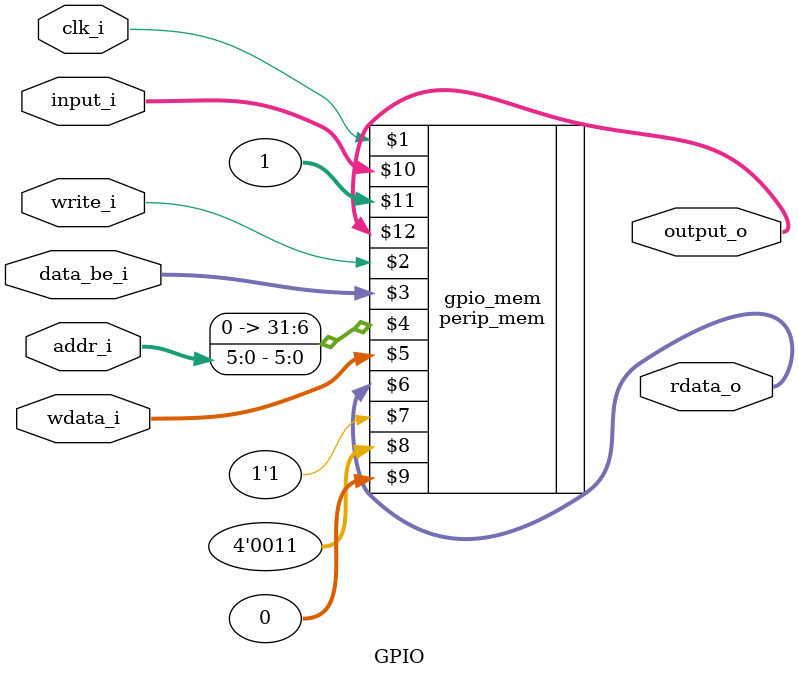
<source format=v>
module GPIO(
    input clk_i,
    input write_i,
    input [3:0] data_be_i,
    input [5:0] addr_i,
    input [31:0] wdata_i,
    output [31:0] rdata_o,

    input [15:0] input_i,
    output [15:0] output_o
);
    perip_mem #(9, 9'h0_30) gpio_mem(
        clk_i,
        
        write_i,
        data_be_i,
        {26'b0, addr_i},
        wdata_i,
        rdata_o,
        
        1'b1,
        4'b0011,
        32'b0,
        input_i,
        32'b1,
        output_o
    );
endmodule
</source>
